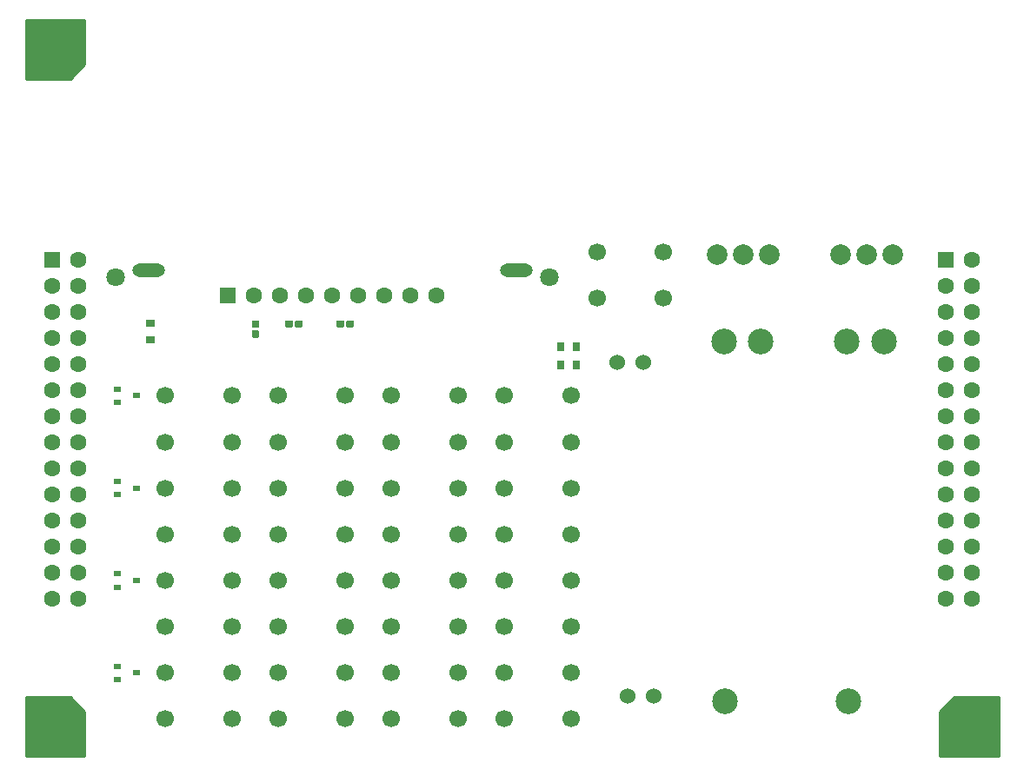
<source format=gts>
%TF.GenerationSoftware,KiCad,Pcbnew,(5.1.12)-1*%
%TF.CreationDate,2022-03-07T14:57:08+09:00*%
%TF.ProjectId,RP2040CommandStationKeypad,52503230-3430-4436-9f6d-6d616e645374,rev?*%
%TF.SameCoordinates,PX4b571c0PY7cee6c0*%
%TF.FileFunction,Soldermask,Top*%
%TF.FilePolarity,Negative*%
%FSLAX46Y46*%
G04 Gerber Fmt 4.6, Leading zero omitted, Abs format (unit mm)*
G04 Created by KiCad (PCBNEW (5.1.12)-1) date 2022-03-07 14:57:08*
%MOMM*%
%LPD*%
G01*
G04 APERTURE LIST*
%ADD10C,1.800000*%
%ADD11O,3.200000X1.300000*%
%ADD12C,1.600000*%
%ADD13R,1.600000X1.600000*%
%ADD14C,1.524000*%
%ADD15R,0.800000X0.600000*%
%ADD16R,0.700000X0.900000*%
%ADD17R,0.900000X0.700000*%
%ADD18C,1.700000*%
%ADD19C,2.000000*%
%ADD20C,2.500000*%
%ADD21C,3.200000*%
%ADD22C,0.254000*%
%ADD23C,0.100000*%
G04 APERTURE END LIST*
D10*
%TO.C,U1*%
X51100000Y46800000D03*
X8900000Y46800000D03*
D11*
X47900000Y47500000D03*
X12100000Y47500000D03*
D12*
X40160000Y45000000D03*
X37620000Y45000000D03*
X35080000Y45000000D03*
X32540000Y45000000D03*
X30000000Y45000000D03*
X27460000Y45000000D03*
X24920000Y45000000D03*
X22380000Y45000000D03*
D13*
X19840000Y45000000D03*
%TD*%
D12*
%TO.C,J1*%
X5270000Y15490000D03*
X2730000Y15490000D03*
X5270000Y18030000D03*
X2730000Y18030000D03*
X5270000Y20570000D03*
X2730000Y20570000D03*
X5270000Y23110000D03*
X2730000Y23110000D03*
X5270000Y25650000D03*
X2730000Y25650000D03*
X5270000Y28190000D03*
X2730000Y28190000D03*
X5270000Y30730000D03*
X2730000Y30730000D03*
X5270000Y33270000D03*
X2730000Y33270000D03*
X5270000Y35810000D03*
X2730000Y35810000D03*
X5270000Y38350000D03*
X2730000Y38350000D03*
X5270000Y40890000D03*
X2730000Y40890000D03*
X5270000Y43430000D03*
X2730000Y43430000D03*
X5270000Y45970000D03*
X2730000Y45970000D03*
X5270000Y48510000D03*
D13*
X2730000Y48510000D03*
%TD*%
D12*
%TO.C,J2*%
X92270000Y15490000D03*
X89730000Y15490000D03*
X92270000Y18030000D03*
X89730000Y18030000D03*
X92270000Y20570000D03*
X89730000Y20570000D03*
X92270000Y23110000D03*
X89730000Y23110000D03*
X92270000Y25650000D03*
X89730000Y25650000D03*
X92270000Y28190000D03*
X89730000Y28190000D03*
X92270000Y30730000D03*
X89730000Y30730000D03*
X92270000Y33270000D03*
X89730000Y33270000D03*
X92270000Y35810000D03*
X89730000Y35810000D03*
X92270000Y38350000D03*
X89730000Y38350000D03*
X92270000Y40890000D03*
X89730000Y40890000D03*
X92270000Y43430000D03*
X89730000Y43430000D03*
X92270000Y45970000D03*
X89730000Y45970000D03*
X92270000Y48510000D03*
D13*
X89730000Y48510000D03*
%TD*%
%TO.C,C1*%
G36*
G01*
X22750000Y40900000D02*
X22250000Y40900000D01*
G75*
G02*
X22150000Y41000000I0J100000D01*
G01*
X22150000Y41550000D01*
G75*
G02*
X22250000Y41650000I100000J0D01*
G01*
X22750000Y41650000D01*
G75*
G02*
X22850000Y41550000I0J-100000D01*
G01*
X22850000Y41000000D01*
G75*
G02*
X22750000Y40900000I-100000J0D01*
G01*
G37*
G36*
G01*
X22750000Y41850000D02*
X22250000Y41850000D01*
G75*
G02*
X22150000Y41950000I0J100000D01*
G01*
X22150000Y42500000D01*
G75*
G02*
X22250000Y42600000I100000J0D01*
G01*
X22750000Y42600000D01*
G75*
G02*
X22850000Y42500000I0J-100000D01*
G01*
X22850000Y41950000D01*
G75*
G02*
X22750000Y41850000I-100000J0D01*
G01*
G37*
%TD*%
%TO.C,C2*%
G36*
G01*
X26150000Y42500000D02*
X26150000Y42000000D01*
G75*
G02*
X26050000Y41900000I-100000J0D01*
G01*
X25500000Y41900000D01*
G75*
G02*
X25400000Y42000000I0J100000D01*
G01*
X25400000Y42500000D01*
G75*
G02*
X25500000Y42600000I100000J0D01*
G01*
X26050000Y42600000D01*
G75*
G02*
X26150000Y42500000I0J-100000D01*
G01*
G37*
G36*
G01*
X27100000Y42500000D02*
X27100000Y42000000D01*
G75*
G02*
X27000000Y41900000I-100000J0D01*
G01*
X26450000Y41900000D01*
G75*
G02*
X26350000Y42000000I0J100000D01*
G01*
X26350000Y42500000D01*
G75*
G02*
X26450000Y42600000I100000J0D01*
G01*
X27000000Y42600000D01*
G75*
G02*
X27100000Y42500000I0J-100000D01*
G01*
G37*
%TD*%
%TO.C,C3*%
G36*
G01*
X30400000Y42000000D02*
X30400000Y42500000D01*
G75*
G02*
X30500000Y42600000I100000J0D01*
G01*
X31050000Y42600000D01*
G75*
G02*
X31150000Y42500000I0J-100000D01*
G01*
X31150000Y42000000D01*
G75*
G02*
X31050000Y41900000I-100000J0D01*
G01*
X30500000Y41900000D01*
G75*
G02*
X30400000Y42000000I0J100000D01*
G01*
G37*
G36*
G01*
X31350000Y42000000D02*
X31350000Y42500000D01*
G75*
G02*
X31450000Y42600000I100000J0D01*
G01*
X32000000Y42600000D01*
G75*
G02*
X32100000Y42500000I0J-100000D01*
G01*
X32100000Y42000000D01*
G75*
G02*
X32000000Y41900000I-100000J0D01*
G01*
X31450000Y41900000D01*
G75*
G02*
X31350000Y42000000I0J100000D01*
G01*
G37*
%TD*%
D14*
%TO.C,D1*%
X60270000Y38500000D03*
X57730000Y38500000D03*
%TD*%
%TO.C,D2*%
X58730000Y6000000D03*
X61270000Y6000000D03*
%TD*%
D15*
%TO.C,Q1*%
X10950000Y35250000D03*
X9050000Y34600000D03*
X9050000Y35900000D03*
%TD*%
%TO.C,Q2*%
X9050000Y26900000D03*
X9050000Y25600000D03*
X10950000Y26250000D03*
%TD*%
%TO.C,Q3*%
X10950000Y17250000D03*
X9050000Y16600000D03*
X9050000Y17900000D03*
%TD*%
%TO.C,Q4*%
X9050000Y8900000D03*
X9050000Y7600000D03*
X10950000Y8250000D03*
%TD*%
D16*
%TO.C,R1*%
X53800000Y40000000D03*
X52200000Y40000000D03*
%TD*%
%TO.C,R2*%
X52200000Y38250000D03*
X53800000Y38250000D03*
%TD*%
D17*
%TO.C,R3*%
X12250000Y40700000D03*
X12250000Y42300000D03*
%TD*%
D18*
%TO.C,SW1*%
X20250000Y30750000D03*
X13750000Y30750000D03*
X20250000Y35250000D03*
X13750000Y35250000D03*
%TD*%
%TO.C,SW2*%
X20250000Y21750000D03*
X13750000Y21750000D03*
X20250000Y26250000D03*
X13750000Y26250000D03*
%TD*%
%TO.C,SW3*%
X13750000Y17250000D03*
X20250000Y17250000D03*
X13750000Y12750000D03*
X20250000Y12750000D03*
%TD*%
%TO.C,SW4*%
X13750000Y8250000D03*
X20250000Y8250000D03*
X13750000Y3750000D03*
X20250000Y3750000D03*
%TD*%
%TO.C,SW5*%
X24750000Y35250000D03*
X31250000Y35250000D03*
X24750000Y30750000D03*
X31250000Y30750000D03*
%TD*%
%TO.C,SW6*%
X31250000Y21750000D03*
X24750000Y21750000D03*
X31250000Y26250000D03*
X24750000Y26250000D03*
%TD*%
%TO.C,SW7*%
X31250000Y12750000D03*
X24750000Y12750000D03*
X31250000Y17250000D03*
X24750000Y17250000D03*
%TD*%
%TO.C,SW8*%
X24750000Y8250000D03*
X31250000Y8250000D03*
X24750000Y3750000D03*
X31250000Y3750000D03*
%TD*%
%TO.C,SW9*%
X42250000Y30750000D03*
X35750000Y30750000D03*
X42250000Y35250000D03*
X35750000Y35250000D03*
%TD*%
%TO.C,SW10*%
X35750000Y26250000D03*
X42250000Y26250000D03*
X35750000Y21750000D03*
X42250000Y21750000D03*
%TD*%
%TO.C,SW11*%
X35750000Y17250000D03*
X42250000Y17250000D03*
X35750000Y12750000D03*
X42250000Y12750000D03*
%TD*%
%TO.C,SW12*%
X42250000Y3750000D03*
X35750000Y3750000D03*
X42250000Y8250000D03*
X35750000Y8250000D03*
%TD*%
%TO.C,SW13*%
X46750000Y35250000D03*
X53250000Y35250000D03*
X46750000Y30750000D03*
X53250000Y30750000D03*
%TD*%
%TO.C,SW14*%
X53250000Y21750000D03*
X46750000Y21750000D03*
X53250000Y26250000D03*
X46750000Y26250000D03*
%TD*%
%TO.C,SW15*%
X53250000Y12750000D03*
X46750000Y12750000D03*
X53250000Y17250000D03*
X46750000Y17250000D03*
%TD*%
%TO.C,SW16*%
X46750000Y8250000D03*
X53250000Y8250000D03*
X46750000Y3750000D03*
X53250000Y3750000D03*
%TD*%
%TO.C,SW17*%
X55750000Y49250000D03*
X62250000Y49250000D03*
X55750000Y44750000D03*
X62250000Y44750000D03*
%TD*%
D19*
%TO.C,SW18*%
X67460000Y49000000D03*
X70000000Y49000000D03*
X72540000Y49000000D03*
%TD*%
%TO.C,SW19*%
X84540000Y49000000D03*
X82000000Y49000000D03*
X79460000Y49000000D03*
%TD*%
D20*
%TO.C,VR1*%
X68125000Y40500000D03*
X71750000Y40500000D03*
X68250000Y5500000D03*
%TD*%
%TO.C,VR2*%
X80250000Y5500000D03*
X83750000Y40500000D03*
X80125000Y40500000D03*
%TD*%
D21*
%TO.C,H1*%
X3000000Y3000000D03*
%TD*%
%TO.C,H2*%
X92000000Y3000000D03*
%TD*%
%TO.C,H3*%
X3000000Y69000000D03*
%TD*%
D22*
X5873000Y4447394D02*
X5873000Y127000D01*
X127000Y127000D01*
X127000Y5873000D01*
X4447394Y5873000D01*
X5873000Y4447394D01*
D23*
G36*
X5873000Y4447394D02*
G01*
X5873000Y127000D01*
X127000Y127000D01*
X127000Y5873000D01*
X4447394Y5873000D01*
X5873000Y4447394D01*
G37*
D22*
X94873000Y127000D02*
X89127000Y127000D01*
X89127000Y4447394D01*
X90552606Y5873000D01*
X94873000Y5873000D01*
X94873000Y127000D01*
D23*
G36*
X94873000Y127000D02*
G01*
X89127000Y127000D01*
X89127000Y4447394D01*
X90552606Y5873000D01*
X94873000Y5873000D01*
X94873000Y127000D01*
G37*
D22*
X5873000Y67552606D02*
X4447394Y66127000D01*
X127000Y66127000D01*
X127000Y71873000D01*
X5873000Y71873000D01*
X5873000Y67552606D01*
D23*
G36*
X5873000Y67552606D02*
G01*
X4447394Y66127000D01*
X127000Y66127000D01*
X127000Y71873000D01*
X5873000Y71873000D01*
X5873000Y67552606D01*
G37*
M02*

</source>
